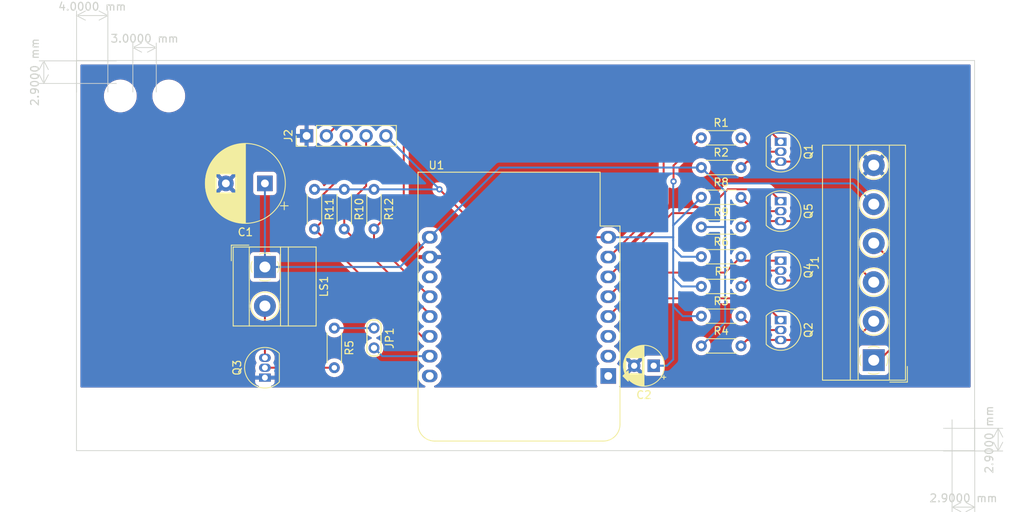
<source format=kicad_pcb>
(kicad_pcb (version 20211014) (generator pcbnew)
  (layers (0 "F.Cu" signal) (31 "B.Cu" signal) (34 "B.Paste" user) (35 "F.Paste" user) (36 "B.SilkS" user "B.Silkscreen") (37 "F.SilkS" user "F.Silkscreen") (38 "B.Mask" user) (39 "F.Mask" user) (44 "Edge.Cuts" user))
  (net 0 "")
  (net 1 "+5V")
  (net 2 "GND")
  (net 3 "+3V3")
  (net 4 "SPI_CS_5V")
  (net 5 "SPI_CLK_5V")
  (net 6 "SPI_SDO_5V")
  (net 7 "SPI_SDI_5V")
  (net 8 "INT")
  (net 9 "SCL")
  (net 10 "SDA")
  (net 11 "Net-(LS1-Pad2)")
  (net 12 "SPI_CS")
  (net 13 "Net-(Q1-Pad2)")
  (net 14 "SPI_CLK")
  (net 15 "Net-(Q2-Pad2)")
  (net 16 "Net-(Q3-Pad2)")
  (net 17 "SPI_SDI")
  (net 18 "Net-(R7-Pad1)")
  (net 19 "SPI_SDO")
  (net 20 "Net-(Q5-Pad2)")
  (net 25 "Net-(JP1-Pad1)")
  (net 27 "Net-(JP1-Pad2)")
  (footprint "Package_TO_SOT_THT:TO-92_Inline" (layer "F.Cu") (at 234.95 68.834 -90)
    (fp_text reference "Q2" (at 1.27 -3.56 90) (layer "F.SilkS"))
    (fp_text value "2N7000")
    (pad "1" thru_hole rect (at 0 0 270) (size 1.05 1.5) (drill 0.75) (layers *.Cu *.Mask) (net 14 "SPI_CLK"))
    (pad "2" thru_hole oval (at 1.27 0 270) (size 1.05 1.5) (drill 0.75) (layers *.Cu *.Mask) (net 15 "Net-(Q2-Pad2)"))
    (pad "3" thru_hole oval (at 2.54 0 270) (size 1.05 1.5) (drill 0.75) (layers *.Cu *.Mask) (net 5 "SPI_CLK_5V"))
  )
  (footprint "Resistor_THT:R_Axial_DIN0204_L3.6mm_D1.6mm_P5.08mm_Horizontal" (layer "F.Cu") (at 175.26 52.07 -90)
    (fp_text reference "R11" (at 2.54 -1.92 90) (layer "F.SilkS"))
    (fp_text value "2.2k")
    (pad "1" thru_hole circle (at 0 0 270) (size 1.4 1.4) (drill 0.7) (layers *.Cu *.Mask) (net 3 "+3V3"))
    (pad "2" thru_hole oval (at 5.08 0 270) (size 1.4 1.4) (drill 0.7) (layers *.Cu *.Mask) (net 9 "SCL"))
  )
  (footprint "Capacitor_THT:CP_Radial_D5.0mm_P2.50mm" (layer "F.Cu") (at 218.694 74.676 180)
    (fp_text reference "C2" (at 1.25 -3.75) (layer "F.SilkS"))
    (fp_text value "100uF")
    (pad "1" thru_hole rect (at 0 0 180) (size 1.6 1.6) (drill 0.8) (layers *.Cu *.Mask) (net 3 "+3V3"))
    (pad "2" thru_hole circle (at 2.5 0 180) (size 1.6 1.6) (drill 0.8) (layers *.Cu *.Mask) (net 2 "GND"))
  )
  (footprint "Resistor_THT:R_Axial_DIN0204_L3.6mm_D1.6mm_P5.08mm_Horizontal" (layer "F.Cu") (at 179.07 52.07 -90)
    (fp_text reference "R10" (at 2.54 -1.92 90) (layer "F.SilkS"))
    (fp_text value "2.2k")
    (pad "1" thru_hole circle (at 0 0 270) (size 1.4 1.4) (drill 0.7) (layers *.Cu *.Mask) (net 3 "+3V3"))
    (pad "2" thru_hole oval (at 5.08 0 270) (size 1.4 1.4) (drill 0.7) (layers *.Cu *.Mask) (net 10 "SDA"))
  )
  (footprint "Resistor_THT:R_Axial_DIN0204_L3.6mm_D1.6mm_P5.08mm_Horizontal" (layer "F.Cu") (at 177.8 69.85 -90)
    (fp_text reference "R5" (at 2.54 -1.92 90) (layer "F.SilkS"))
    (fp_text value "1k")
    (pad "1" thru_hole circle (at 0 0 270) (size 1.4 1.4) (drill 0.7) (layers *.Cu *.Mask) (net 25 "Net-(JP1-Pad1)"))
    (pad "2" thru_hole oval (at 5.08 0 270) (size 1.4 1.4) (drill 0.7) (layers *.Cu *.Mask) (net 16 "Net-(Q3-Pad2)"))
  )
  (footprint "Package_TO_SOT_THT:TO-92_Inline" (layer "F.Cu") (at 234.95 45.974 -90)
    (fp_text reference "Q1" (at 1.27 -3.56 90) (layer "F.SilkS"))
    (fp_text value "2N7000")
    (pad "1" thru_hole rect (at 0 0 270) (size 1.05 1.5) (drill 0.75) (layers *.Cu *.Mask) (net 12 "SPI_CS"))
    (pad "2" thru_hole oval (at 1.27 0 270) (size 1.05 1.5) (drill 0.75) (layers *.Cu *.Mask) (net 13 "Net-(Q1-Pad2)"))
    (pad "3" thru_hole oval (at 2.54 0 270) (size 1.05 1.5) (drill 0.75) (layers *.Cu *.Mask) (net 4 "SPI_CS_5V"))
  )
  (footprint "Resistor_THT:R_Axial_DIN0204_L3.6mm_D1.6mm_P5.08mm_Horizontal" (layer "F.Cu") (at 224.79 45.466)
    (fp_text reference "R1" (at 2.54 -1.92) (layer "F.SilkS"))
    (fp_text value "4.7k")
    (pad "1" thru_hole circle (at 0 0) (size 1.4 1.4) (drill 0.7) (layers *.Cu *.Mask) (net 3 "+3V3"))
    (pad "2" thru_hole oval (at 5.08 0) (size 1.4 1.4) (drill 0.7) (layers *.Cu *.Mask) (net 13 "Net-(Q1-Pad2)"))
  )
  (footprint "Resistor_THT:R_Axial_DIN0204_L3.6mm_D1.6mm_P5.08mm_Horizontal" (layer "F.Cu") (at 224.79 60.706)
    (fp_text reference "R6" (at 2.54 -1.92) (layer "F.SilkS"))
    (fp_text value "4.7k")
    (pad "1" thru_hole circle (at 0 0) (size 1.4 1.4) (drill 0.7) (layers *.Cu *.Mask) (net 3 "+3V3"))
    (pad "2" thru_hole oval (at 5.08 0) (size 1.4 1.4) (drill 0.7) (layers *.Cu *.Mask) (net 17 "SPI_SDI"))
  )
  (footprint "Connector_PinHeader_2.54mm:PinHeader_1x05_P2.54mm_Vertical" (layer "F.Cu") (at 174.249 45.212 90)
    (fp_text reference "J2" (at 0 -2.33 90) (layer "F.SilkS"))
    (fp_text value "I2C")
    (pad "1" thru_hole rect (at 0 0 90) (size 1.7 1.7) (drill 1) (layers *.Cu *.Mask) (net 2 "GND"))
    (pad "2" thru_hole oval (at 0 2.54 90) (size 1.7 1.7) (drill 1) (layers *.Cu *.Mask) (net 8 "INT"))
    (pad "3" thru_hole oval (at 0 5.08 90) (size 1.7 1.7) (drill 1) (layers *.Cu *.Mask) (net 9 "SCL"))
    (pad "4" thru_hole oval (at 0 7.62 90) (size 1.7 1.7) (drill 1) (layers *.Cu *.Mask) (net 10 "SDA"))
    (pad "5" thru_hole oval (at 0 10.16 90) (size 1.7 1.7) (drill 1) (layers *.Cu *.Mask) (net 3 "+3V3"))
  )
  (footprint "Resistor_THT:R_Axial_DIN0204_L3.6mm_D1.6mm_P5.08mm_Horizontal" (layer "F.Cu") (at 224.79 72.136)
    (fp_text reference "R4" (at 2.54 -1.92) (layer "F.SilkS"))
    (fp_text value "4.7k")
    (pad "1" thru_hole circle (at 0 0) (size 1.4 1.4) (drill 0.7) (layers *.Cu *.Mask) (net 1 "+5V"))
    (pad "2" thru_hole oval (at 5.08 0) (size 1.4 1.4) (drill 0.7) (layers *.Cu *.Mask) (net 5 "SPI_CLK_5V"))
  )
  (footprint "Resistor_THT:R_Axial_DIN0204_L3.6mm_D1.6mm_P5.08mm_Horizontal" (layer "F.Cu") (at 224.79 53.086)
    (fp_text reference "R8" (at 2.54 -1.92) (layer "F.SilkS"))
    (fp_text value "4.7k")
    (pad "1" thru_hole circle (at 0 0) (size 1.4 1.4) (drill 0.7) (layers *.Cu *.Mask) (net 3 "+3V3"))
    (pad "2" thru_hole oval (at 5.08 0) (size 1.4 1.4) (drill 0.7) (layers *.Cu *.Mask) (net 20 "Net-(Q5-Pad2)"))
  )
  (footprint "TerminalBlock_MetzConnect:TerminalBlock_MetzConnect_Type011_RT05502HBWC_1x02_P5.00mm_Horizontal" (layer "F.Cu") (at 168.91 62.02 -90)
    (fp_text reference "LS1" (at 2.5 -7.56 90) (layer "F.SilkS"))
    (fp_text value "Speaker")
    (pad "1" thru_hole rect (at 0 0 270) (size 2.8 2.8) (drill 1.4) (layers *.Cu *.Mask) (net 1 "+5V"))
    (pad "2" thru_hole circle (at 5 0 270) (size 2.8 2.8) (drill 1.4) (layers *.Cu *.Mask) (net 11 "Net-(LS1-Pad2)"))
  )
  (footprint "Module:WEMOS_D1_mini_light" (layer "F.Cu") (at 212.875 75.99 180)
    (fp_text reference "U1" (at 22 27) (layer "F.SilkS"))
    (fp_text value "WeMos_D1_mini")
    (pad "1" thru_hole rect (at 0 0 180) (size 2 2) (drill 1) (layers *.Cu *.Mask))
    (pad "2" thru_hole oval (at 0 2.54 180) (size 2 1.6) (drill 1) (layers *.Cu *.Mask))
    (pad "3" thru_hole oval (at 0 5.08 180) (size 2 1.6) (drill 1) (layers *.Cu *.Mask))
    (pad "4" thru_hole oval (at 0 7.62 180) (size 2 1.6) (drill 1) (layers *.Cu *.Mask) (net 14 "SPI_CLK"))
    (pad "5" thru_hole oval (at 0 10.16 180) (size 2 1.6) (drill 1) (layers *.Cu *.Mask) (net 17 "SPI_SDI"))
    (pad "6" thru_hole oval (at 0 12.7 180) (size 2 1.6) (drill 1) (layers *.Cu *.Mask) (net 19 "SPI_SDO"))
    (pad "7" thru_hole oval (at 0 15.24 180) (size 2 1.6) (drill 1) (layers *.Cu *.Mask) (net 12 "SPI_CS"))
    (pad "8" thru_hole oval (at 0 17.78 180) (size 2 1.6) (drill 1) (layers *.Cu *.Mask) (net 3 "+3V3"))
    (pad "9" thru_hole oval (at 22.86 17.78 180) (size 2 1.6) (drill 1) (layers *.Cu *.Mask) (net 1 "+5V"))
    (pad "10" thru_hole oval (at 22.86 15.24 180) (size 2 1.6) (drill 1) (layers *.Cu *.Mask) (net 2 "GND"))
    (pad "11" thru_hole oval (at 22.86 12.7 180) (size 2 1.6) (drill 1) (layers *.Cu *.Mask))
    (pad "12" thru_hole oval (at 22.86 10.16 180) (size 2 1.6) (drill 1) (layers *.Cu *.Mask) (net 8 "INT"))
    (pad "13" thru_hole oval (at 22.86 7.62 180) (size 2 1.6) (drill 1) (layers *.Cu *.Mask) (net 10 "SDA"))
    (pad "14" thru_hole oval (at 22.86 5.08 180) (size 2 1.6) (drill 1) (layers *.Cu *.Mask) (net 9 "SCL"))
    (pad "15" thru_hole oval (at 22.86 2.54 180) (size 2 1.6) (drill 1) (layers *.Cu *.Mask) (net 27 "Net-(JP1-Pad2)"))
    (pad "16" thru_hole oval (at 22.86 0 180) (size 2 1.6) (drill 1) (layers *.Cu *.Mask))
  )
  (footprint "TerminalBlock_MetzConnect:TerminalBlock_MetzConnect_Type011_RT05506HBWC_1x06_P5.00mm_Horizontal" (layer "F.Cu") (at 246.868 73.968 90)
    (fp_text reference "J1" (at 12.5 -7.56 90) (layer "F.SilkS"))
    (fp_text value "POWER/LED")
    (pad "1" thru_hole rect (at 0 0 90) (size 2.8 2.8) (drill 1.4) (layers *.Cu *.Mask) (net 4 "SPI_CS_5V"))
    (pad "2" thru_hole circle (at 5 0 90) (size 2.8 2.8) (drill 1.4) (layers *.Cu *.Mask) (net 5 "SPI_CLK_5V"))
    (pad "3" thru_hole circle (at 10 0 90) (size 2.8 2.8) (drill 1.4) (layers *.Cu *.Mask) (net 6 "SPI_SDO_5V"))
    (pad "4" thru_hole circle (at 15 0 90) (size 2.8 2.8) (drill 1.4) (layers *.Cu *.Mask) (net 7 "SPI_SDI_5V"))
    (pad "5" thru_hole circle (at 20 0 90) (size 2.8 2.8) (drill 1.4) (layers *.Cu *.Mask) (net 1 "+5V"))
    (pad "6" thru_hole circle (at 25 0 90) (size 2.8 2.8) (drill 1.4) (layers *.Cu *.Mask) (net 2 "GND"))
  )
  (footprint "MountingHole:MountingHole_3.2mm_M3" (layer "F.Cu") (at 156.6 40.1)
    (fp_text reference "H1" hide)
    (fp_text value "MountingHole")
    (pad "" np_thru_hole circle (at 0 0) (size 3.2 3.2) (drill 3.2) (layers *.Cu *.Mask))
  )
  (footprint "Resistor_THT:R_Axial_DIN0204_L3.6mm_D1.6mm_P5.08mm_Horizontal" (layer "F.Cu") (at 229.87 64.516 180)
    (fp_text reference "R7" (at 2.413 1.905) (layer "F.SilkS"))
    (fp_text value "4.7k")
    (pad "1" thru_hole circle (at 0 0 180) (size 1.4 1.4) (drill 0.7) (layers *.Cu *.Mask) (net 18 "Net-(R7-Pad1)"))
    (pad "2" thru_hole oval (at 5.08 0 180) (size 1.4 1.4) (drill 0.7) (layers *.Cu *.Mask) (net 3 "+3V3"))
  )
  (footprint "Capacitor_THT:CP_Radial_D10.0mm_P5.00mm" (layer "F.Cu") (at 168.91 51.308 180)
    (fp_text reference "C1" (at 2.5 -6.25) (layer "F.SilkS"))
    (fp_text value "1000uF")
    (pad "1" thru_hole rect (at 0 0 180) (size 2 2) (drill 1) (layers *.Cu *.Mask) (net 1 "+5V"))
    (pad "2" thru_hole circle (at 5 0 180) (size 2 2) (drill 1) (layers *.Cu *.Mask) (net 2 "GND"))
  )
  (footprint "Resistor_THT:R_Axial_DIN0204_L3.6mm_D1.6mm_P5.08mm_Horizontal" (layer "F.Cu") (at 182.88 52.07 -90)
    (fp_text reference "R12" (at 2.54 -1.92 90) (layer "F.SilkS"))
    (fp_text value "2.2k")
    (pad "1" thru_hole circle (at 0 0 270) (size 1.4 1.4) (drill 0.7) (layers *.Cu *.Mask) (net 3 "+3V3"))
    (pad "2" thru_hole oval (at 5.08 0 270) (size 1.4 1.4) (drill 0.7) (layers *.Cu *.Mask) (net 8 "INT"))
  )
  (footprint "Resistor_THT:R_Axial_DIN0204_L3.6mm_D1.6mm_P5.08mm_Horizontal" (layer "F.Cu") (at 224.79 68.326)
    (fp_text reference "R3" (at 2.54 -1.92) (layer "F.SilkS"))
    (fp_text value "4.7k")
    (pad "1" thru_hole circle (at 0 0) (size 1.4 1.4) (drill 0.7) (layers *.Cu *.Mask) (net 3 "+3V3"))
    (pad "2" thru_hole oval (at 5.08 0) (size 1.4 1.4) (drill 0.7) (layers *.Cu *.Mask) (net 15 "Net-(Q2-Pad2)"))
  )
  (footprint "Package_TO_SOT_THT:TO-92_Inline" (layer "F.Cu") (at 168.91 76.2 90)
    (fp_text reference "Q3" (at 1.27 -3.56 90) (layer "F.SilkS"))
    (fp_text value "2N3904")
    (pad "1" thru_hole rect (at 0 0 90) (size 1.05 1.5) (drill 0.75) (layers *.Cu *.Mask) (net 2 "GND"))
    (pad "2" thru_hole oval (at 1.27 0 90) (size 1.05 1.5) (drill 0.75) (layers *.Cu *.Mask) (net 16 "Net-(Q3-Pad2)"))
    (pad "3" thru_hole oval (at 2.54 0 90) (size 1.05 1.5) (drill 0.75) (layers *.Cu *.Mask) (net 11 "Net-(LS1-Pad2)"))
  )
  (footprint "TestPoint:TestPoint_2Pads_Pitch2.54mm_Drill0.8mm" (layer "F.Cu") (at 182.88 69.85 -90)
    (fp_text reference "JP1" (at 1.3 -2 90) (layer "F.SilkS"))
    (fp_text value "SPK_EN")
    (pad "1" thru_hole circle (at 0 0 270) (size 1.4 1.4) (drill 0.8) (layers *.Cu *.Mask) (net 25 "Net-(JP1-Pad1)"))
    (pad "2" thru_hole circle (at 2.54 0 270) (size 1.4 1.4) (drill 0.8) (layers *.Cu *.Mask) (net 27 "Net-(JP1-Pad2)"))
  )
  (footprint "MountingHole:MountingHole_3.2mm_M3" (layer "F.Cu") (at 255.3 81.1)
    (fp_text reference "H3" hide)
    (fp_text value "MountingHole")
    (pad "" np_thru_hole circle (at 0 0) (size 3.2 3.2) (drill 3.2) (layers *.Cu *.Mask))
  )
  (footprint "Package_TO_SOT_THT:TO-92_Inline" (layer "F.Cu") (at 234.95 61.214 -90)
    (fp_text reference "Q4" (at 1.27 -3.56 90) (layer "F.SilkS"))
    (fp_text value "2N7000")
    (pad "1" thru_hole rect (at 0 0 270) (size 1.05 1.5) (drill 0.75) (layers *.Cu *.Mask) (net 17 "SPI_SDI"))
    (pad "2" thru_hole oval (at 1.27 0 270) (size 1.05 1.5) (drill 0.75) (layers *.Cu *.Mask) (net 18 "Net-(R7-Pad1)"))
    (pad "3" thru_hole oval (at 2.54 0 270) (size 1.05 1.5) (drill 0.75) (layers *.Cu *.Mask) (net 7 "SPI_SDI_5V"))
  )
  (footprint "MountingHole:MountingHole_3.2mm_M3" (layer "F.Cu") (at 150.4 40.1)
    (fp_text reference "H2" hide)
    (fp_text value "MountingHole")
    (pad "" np_thru_hole circle (at 0 0) (size 3.2 3.2) (drill 3.2) (layers *.Cu *.Mask))
  )
  (footprint "Resistor_THT:R_Axial_DIN0204_L3.6mm_D1.6mm_P5.08mm_Horizontal" (layer "F.Cu") (at 224.79 49.276)
    (fp_text reference "R2" (at 2.54 -1.92) (layer "F.SilkS"))
    (fp_text value "4.7k")
    (pad "1" thru_hole circle (at 0 0) (size 1.4 1.4) (drill 0.7) (layers *.Cu *.Mask) (net 1 "+5V"))
    (pad "2" thru_hole oval (at 5.08 0) (size 1.4 1.4) (drill 0.7) (layers *.Cu *.Mask) (net 4 "SPI_CS_5V"))
  )
  (footprint "Package_TO_SOT_THT:TO-92_Inline" (layer "F.Cu") (at 234.95 53.594 -90)
    (fp_text reference "Q5" (at 1.27 -3.56 90) (layer "F.SilkS"))
    (fp_text value "2N7000")
    (pad "1" thru_hole rect (at 0 0 270) (size 1.05 1.5) (drill 0.75) (layers *.Cu *.Mask) (net 19 "SPI_SDO"))
    (pad "2" thru_hole oval (at 1.27 0 270) (size 1.05 1.5) (drill 0.75) (layers *.Cu *.Mask) (net 20 "Net-(Q5-Pad2)"))
    (pad "3" thru_hole oval (at 2.54 0 270) (size 1.05 1.5) (drill 0.75) (layers *.Cu *.Mask) (net 6 "SPI_SDO_5V"))
  )
  (footprint "Resistor_THT:R_Axial_DIN0204_L3.6mm_D1.6mm_P5.08mm_Horizontal" (layer "F.Cu") (at 224.79 56.896)
    (fp_text reference "R9" (at 2.54 -1.92) (layer "F.SilkS"))
    (fp_text value "4.7k")
    (pad "1" thru_hole circle (at 0 0) (size 1.4 1.4) (drill 0.7) (layers *.Cu *.Mask) (net 1 "+5V"))
    (pad "2" thru_hole oval (at 5.08 0) (size 1.4 1.4) (drill 0.7) (layers *.Cu *.Mask) (net 6 "SPI_SDO_5V"))
  )
  (gr_line (start 144.78 35.56) (end 259.78 35.56) (layer "Edge.Cuts") (width 0.1))
  (gr_line (start 259.78 35.56) (end 259.78 85.56) (layer "Edge.Cuts") (width 0.1))
  (gr_line (start 259.78 85.56) (end 144.78 85.56) (layer "Edge.Cuts") (width 0.1))
  (gr_line (start 144.78 85.56) (end 144.78 35.56) (layer "Edge.Cuts") (width 0.1))
  (dimension (type aligned) (layer "Edge.Cuts") (pts (xy 148.8 40.1) (xy 144.8 40.1)) (height 10.3) (gr_text "4,0000 mm" (at 146.8 28.65) (layer "Edge.Cuts") (effects (font (size 1 1) (thickness 0.15)))) (format (units 3) (units_format 1) (precision 4)) (style (thickness 0.1) (arrow_length 1.27) (text_position_mode 0) (extension_height 0.58642) (extension_offset 0.5) keep_text_aligned))
  (dimension (type aligned) (layer "Edge.Cuts") (pts (xy 255.3 85.6) (xy 255.3 82.7)) (height 7.5) (gr_text "2,9000 mm" (at 261.65 84.15 90) (layer "Edge.Cuts") (effects (font (size 1 1) (thickness 0.15)))) (format (units 3) (units_format 1) (precision 4)) (style (thickness 0.1) (arrow_length 1.27) (text_position_mode 0) (extension_height 0.58642) (extension_offset 0.5) keep_text_aligned))
  (dimension (type aligned) (layer "Edge.Cuts") (pts (xy 259.8 81.1) (xy 256.9 81.1)) (height -11.7) (gr_text "2,9000 mm" (at 258.35 91.65) (layer "Edge.Cuts") (effects (font (size 1 1) (thickness 0.15)))) (format (units 3) (units_format 1) (precision 4)) (style (thickness 0.1) (arrow_length 1.27) (text_position_mode 0) (extension_height 0.58642) (extension_offset 0.5) keep_text_aligned))
  (dimension (type aligned) (layer "Edge.Cuts") (pts (xy 150.4 38.5) (xy 150.4 35.6)) (height -9.8) (gr_text "2,9000 mm" (at 139.45 37.05 90) (layer "Edge.Cuts") (effects (font (size 1 1) (thickness 0.15)))) (format (units 3) (units_format 1) (precision 4)) (style (thickness 0.1) (arrow_length 1.27) (text_position_mode 0) (extension_height 0.58642) (extension_offset 0.5) keep_text_aligned))
  (dimension (type aligned) (layer "Edge.Cuts") (pts (xy 152 40.1) (xy 155 40.1)) (height -6.2) (gr_text "3,0000 mm" (at 153.5 32.75) (layer "Edge.Cuts") (effects (font (size 1 1) (thickness 0.15)))) (format (units 3) (units_format 1) (precision 4)) (style (thickness 0.1) (arrow_length 1.27) (text_position_mode 0) (extension_height 0.58642) (extension_offset 0.5) keep_text_aligned))
  (segment (start 224.79 56.896) (end 227.838 56.896) (width 0.25) (layer "B.Cu") (net 1))
  (segment (start 224.79 72.136) (end 227.838 69.088) (width 0.25) (layer "B.Cu") (net 1))
  (segment (start 198.949 49.276) (end 224.79 49.276) (width 0.25) (layer "B.Cu") (net 1))
  (segment (start 246.754 53.968) (end 246.868 53.968) (width 0.25) (layer "B.Cu") (net 1))
  (segment (start 226.822 51.308) (end 224.79 49.276) (width 0.25) (layer "B.Cu") (net 1))
  (segment (start 227.838 69.088) (end 227.838 56.896) (width 0.25) (layer "B.Cu") (net 1))
  (segment (start 190.015 58.21) (end 198.949 49.276) (width 0.25) (layer "B.Cu") (net 1))
  (segment (start 168.91 62.02) (end 186.205 62.02) (width 0.25) (layer "B.Cu") (net 1))
  (segment (start 246.868 53.968) (end 244.208 51.308) (width 0.25) (layer "B.Cu") (net 1))
  (segment (start 186.205 62.02) (end 190.015 58.21) (width 0.25) (layer "B.Cu") (net 1))
  (segment (start 227.838 52.324) (end 226.822 51.308) (width 0.25) (layer "B.Cu") (net 1))
  (segment (start 168.91 62.02) (end 168.91 51.308) (width 0.25) (layer "B.Cu") (net 1))
  (segment (start 227.838 56.896) (end 227.838 52.324) (width 0.25) (layer "B.Cu") (net 1))
  (segment (start 244.208 51.308) (end 226.822 51.308) (width 0.25) (layer "B.Cu") (net 1))
  (segment (start 221.234 49.022) (end 224.79 45.466) (width 0.25) (layer "F.Cu") (net 3))
  (segment (start 212.875 58.21) (end 197.402 58.21) (width 0.25) (layer "F.Cu") (net 3))
  (segment (start 197.402 58.21) (end 191.008 51.816) (width 0.25) (layer "F.Cu") (net 3))
  (segment (start 221.234 51.054) (end 221.234 49.022) (width 0.25) (layer "F.Cu") (net 3))
  (via (at 221.234 51.054) (size 0.8) (drill 0.4) (layers "F.Cu" "B.Cu") (net 3))
  (via (at 191.262 52.07) (size 0.8) (drill 0.4) (layers "F.Cu" "B.Cu") (net 3))
  (segment (start 179.07 52.07) (end 182.88 52.07) (width 0.25) (layer "B.Cu") (net 3))
  (segment (start 218.694 74.676) (end 220.384 74.676) (width 0.25) (layer "B.Cu") (net 3))
  (segment (start 175.26 52.07) (end 179.07 52.07) (width 0.25) (layer "B.Cu") (net 3))
  (segment (start 220.384 74.676) (end 221.19 73.87) (width 0.25) (layer "B.Cu") (net 3))
  (segment (start 221.19 56.686) (end 221.19 51.098) (width 0.25) (layer "B.Cu") (net 3))
  (segment (start 212.875 58.21) (end 221.19 58.21) (width 0.25) (layer "B.Cu") (net 3))
  (segment (start 221.19 73.87) (end 221.19 70.06) (width 0.25) (layer "B.Cu") (net 3))
  (segment (start 221.19 63.456) (end 221.19 63.29) (width 0.25) (layer "B.Cu") (net 3))
  (segment (start 221.19 56.686) (end 224.79 53.086) (width 0.25) (layer "B.Cu") (net 3))
  (segment (start 221.19 58.21) (end 221.19 56.686) (width 0.25) (layer "B.Cu") (net 3))
  (segment (start 191.262 52.065) (end 184.409 45.212) (width 0.25) (layer "B.Cu") (net 3))
  (segment (start 222.25 60.706) (end 221.19 59.646) (width 0.25) (layer "B.Cu") (net 3))
  (segment (start 224.79 60.706) (end 222.25 60.706) (width 0.25) (layer "B.Cu") (net 3))
  (segment (start 191.262 52.07) (end 182.88 52.07) (width 0.25) (layer "B.Cu") (net 3))
  (segment (start 221.19 58.63) (end 221.19 58.21) (width 0.25) (layer "B.Cu") (net 3))
  (segment (start 221.19 66.25) (end 221.19 63.29) (width 0.25) (layer "B.Cu") (net 3))
  (segment (start 222.416 68.326) (end 221.19 67.1) (width 0.25) (layer "B.Cu") (net 3))
  (segment (start 224.79 68.326) (end 222.416 68.326) (width 0.25) (layer "B.Cu") (net 3))
  (segment (start 221.19 59.646) (end 221.19 58.63) (width 0.25) (layer "B.Cu") (net 3))
  (segment (start 221.19 63.29) (end 221.19 59.646) (width 0.25) (layer "B.Cu") (net 3))
  (segment (start 221.19 51.098) (end 221.234 51.054) (width 0.25) (layer "B.Cu") (net 3))
  (segment (start 221.19 70.06) (end 221.19 67.1) (width 0.25) (layer "B.Cu") (net 3))
  (segment (start 222.25 64.516) (end 221.19 63.456) (width 0.25) (layer "B.Cu") (net 3))
  (segment (start 224.79 64.516) (end 222.25 64.516) (width 0.25) (layer "B.Cu") (net 3))
  (segment (start 221.19 67.1) (end 221.19 66.25) (width 0.25) (layer "B.Cu") (net 3))
  (segment (start 191.262 52.07) (end 191.262 52.065) (width 0.25) (layer "B.Cu") (net 3))
  (segment (start 251.206 46.736) (end 251.206 70.358) (width 0.25) (layer "F.Cu") (net 4))
  (segment (start 244.348 45.466) (end 249.936 45.466) (width 0.25) (layer "F.Cu") (net 4))
  (segment (start 249.936 45.466) (end 251.206 46.736) (width 0.25) (layer "F.Cu") (net 4))
  (segment (start 230.632 48.514) (end 229.87 49.276) (width 0.25) (layer "F.Cu") (net 4))
  (segment (start 241.3 48.514) (end 244.348 45.466) (width 0.25) (layer "F.Cu") (net 4))
  (segment (start 234.95 48.514) (end 241.3 48.514) (width 0.25) (layer "F.Cu") (net 4))
  (segment (start 251.206 70.358) (end 247.596 73.968) (width 0.25) (layer "F.Cu") (net 4))
  (segment (start 247.596 73.968) (end 246.868 73.968) (width 0.25) (layer "F.Cu") (net 4))
  (segment (start 234.95 48.514) (end 230.632 48.514) (width 0.25) (layer "F.Cu") (net 4))
  (segment (start 244.462 71.374) (end 246.868 68.968) (width 0.25) (layer "F.Cu") (net 5))
  (segment (start 234.95 71.374) (end 244.462 71.374) (width 0.25) (layer "F.Cu") (net 5))
  (segment (start 234.95 71.374) (end 230.632 71.374) (width 0.25) (layer "F.Cu") (net 5))
  (segment (start 230.632 71.374) (end 229.87 72.136) (width 0.25) (layer "F.Cu") (net 5))
  (segment (start 239.034 56.134) (end 246.868 63.968) (width 0.25) (layer "F.Cu") (net 6))
  (segment (start 234.95 56.134) (end 239.034 56.134) (width 0.25) (layer "F.Cu") (net 6))
  (segment (start 230.632 56.134) (end 229.87 56.896) (width 0.25) (layer "F.Cu") (net 6))
  (segment (start 234.95 56.134) (end 230.632 56.134) (width 0.25) (layer "F.Cu") (net 6))
  (segment (start 242.062 63.754) (end 244.856 66.548) (width 0.25) (layer "F.Cu") (net 7))
  (segment (start 234.95 63.754) (end 242.062 63.754) (width 0.25) (layer "F.Cu") (net 7))
  (segment (start 249.682 65.024) (end 249.682 61.782) (width 0.25) (layer "F.Cu") (net 7))
  (segment (start 249.682 61.782) (end 246.868 58.968) (width 0.25) (layer "F.Cu") (net 7))
  (segment (start 248.158 66.548) (end 249.682 65.024) (width 0.25) (layer "F.Cu") (net 7))
  (segment (start 244.856 66.548) (end 248.158 66.548) (width 0.25) (layer "F.Cu") (net 7))
  (segment (start 190.015 65.83) (end 182.88 58.695) (width 0.25) (layer "F.Cu") (net 8))
  (segment (start 182.88 57.15) (end 186.69 53.34) (width 0.25) (layer "F.Cu") (net 8))
  (segment (start 176.789 45.212) (end 178.567 43.434) (width 0.25) (layer "F.Cu") (net 8))
  (segment (start 182.88 58.695) (end 182.88 57.15) (width 0.25) (layer "F.Cu") (net 8))
  (segment (start 184.912 43.434) (end 186.69 45.212) (width 0.25) (layer "F.Cu") (net 8))
  (segment (start 186.69 53.34) (end 186.69 45.212) (width 0.25) (layer "F.Cu") (net 8))
  (segment (start 178.567 43.434) (end 184.912 43.434) (width 0.25) (layer "F.Cu") (net 8))
  (segment (start 176.249949 52.858051) (end 179.329 49.779) (width 0.25) (layer "F.Cu") (net 9))
  (segment (start 179.329 49.779) (end 179.329 45.212) (width 0.25) (layer "F.Cu") (net 9))
  (segment (start 190.015 70.91) (end 189.02 70.91) (width 0.25) (layer "F.Cu") (net 9))
  (segment (start 189.02 70.91) (end 175.26 57.15) (width 0.25) (layer "F.Cu") (net 9))
  (segment (start 176.249949 56.160051) (end 176.249949 52.858051) (width 0.25) (layer "F.Cu") (net 9))
  (segment (start 175.26 57.15) (end 176.249949 56.160051) (width 0.25) (layer "F.Cu") (net 9))
  (segment (start 181.869 51.631431) (end 181.869 45.212) (width 0.25) (layer "F.Cu") (net 10))
  (segment (start 190.015 68.095) (end 179.07 57.15) (width 0.25) (layer "F.Cu") (net 10))
  (segment (start 179.07 54.430431) (end 181.869 51.631431) (width 0.25) (layer "F.Cu") (net 10))
  (segment (start 179.07 57.15) (end 179.07 54.430431) (width 0.25) (layer "F.Cu") (net 10))
  (segment (start 190.015 68.37) (end 190.015 68.095) (width 0.25) (layer "F.Cu") (net 10))
  (segment (start 168.91 73.66) (end 168.91 67.02) (width 0.25) (layer "F.Cu") (net 11))
  (segment (start 212.98757 60.75) (end 219.964 53.77357) (width 0.25) (layer "F.Cu") (net 12))
  (segment (start 223.012 43.18) (end 232.156 43.18) (width 0.25) (layer "F.Cu") (net 12))
  (segment (start 212.875 60.75) (end 212.98757 60.75) (width 0.25) (layer "F.Cu") (net 12))
  (segment (start 219.964 53.77357) (end 219.964 46.228) (width 0.25) (layer "F.Cu") (net 12))
  (segment (start 232.156 43.18) (end 234.95 45.974) (width 0.25) (layer "F.Cu") (net 12))
  (segment (start 219.964 46.228) (end 223.012 43.18) (width 0.25) (layer "F.Cu") (net 12))
  (segment (start 231.648 47.244) (end 229.87 45.466) (width 0.25) (layer "F.Cu") (net 13))
  (segment (start 234.95 47.244) (end 231.648 47.244) (width 0.25) (layer "F.Cu") (net 13))
  (segment (start 234.95 68.834) (end 232.156 66.04) (width 0.25) (layer "F.Cu") (net 14))
  (segment (start 215.205 66.04) (end 212.875 68.37) (width 0.25) (layer "F.Cu") (net 14))
  (segment (start 232.156 66.04) (end 215.205 66.04) (width 0.25) (layer "F.Cu") (net 14))
  (segment (start 234.95 70.104) (end 231.648 70.104) (width 0.25) (layer "F.Cu") (net 15))
  (segment (start 231.648 70.104) (end 229.87 68.326) (width 0.25) (layer "F.Cu") (net 15))
  (segment (start 177.8 74.93) (end 168.91 74.93) (width 0.25) (layer "F.Cu") (net 16))
  (segment (start 215.967 62.738) (end 227.838 62.738) (width 0.25) (layer "F.Cu") (net 17))
  (segment (start 234.95 61.214) (end 230.378 61.214) (width 0.25) (layer "F.Cu") (net 17))
  (segment (start 212.875 65.83) (end 215.967 62.738) (width 0.25) (layer "F.Cu") (net 17))
  (segment (start 227.838 62.738) (end 229.87 60.706) (width 0.25) (layer "F.Cu") (net 17))
  (segment (start 234.95 62.484) (end 231.902 62.484) (width 0.25) (layer "F.Cu") (net 18))
  (segment (start 231.902 62.484) (end 229.87 64.516) (width 0.25) (layer "F.Cu") (net 18))
  (segment (start 234.95 53.594) (end 233.417 52.061) (width 0.25) (layer "F.Cu") (net 19))
  (segment (start 225.118431 55.118) (end 221.047 55.118) (width 0.25) (layer "F.Cu") (net 19))
  (segment (start 228.175431 52.061) (end 225.118431 55.118) (width 0.25) (layer "F.Cu") (net 19))
  (segment (start 221.047 55.118) (end 212.875 63.29) (width 0.25) (layer "F.Cu") (net 19))
  (segment (start 233.417 52.061) (end 228.175431 52.061) (width 0.25) (layer "F.Cu") (net 19))
  (segment (start 234.95 54.864) (end 231.648 54.864) (width 0.25) (layer "F.Cu") (net 20))
  (segment (start 231.648 54.864) (end 229.87 53.086) (width 0.25) (layer "F.Cu") (net 20))
  (segment (start 182.88 69.85) (end 177.8 69.85) (width 0.25) (layer "B.Cu") (net 25))
  (segment (start 183.94 73.45) (end 182.88 72.39) (width 0.25) (layer "B.Cu") (net 27))
  (segment (start 190.015 73.45) (end 183.94 73.45) (width 0.25) (layer "B.Cu") (net 27))
  (zone (net 2) (net_name "GND") (layer "F.Cu") (connect_pads (clearance 0.508)) (min_thickness 0.254) (fill yes (thermal_gap 0.508) (thermal_bridge_width 0.508))
    (polygon (pts (xy 259.842 77.47) (xy 144.78 77.47) (xy 144.78 35.56) (xy 259.842 35.56)))
  )
  (zone (net 2) (net_name "GND") (layer "B.Cu") (connect_pads (clearance 0.508)) (min_thickness 0.254) (fill yes (thermal_gap 0.508) (thermal_bridge_width 0.508))
    (polygon (pts (xy 259.842 77.47) (xy 144.78 77.47) (xy 144.78 35.56) (xy 259.842 35.56)))
  )
)
</source>
